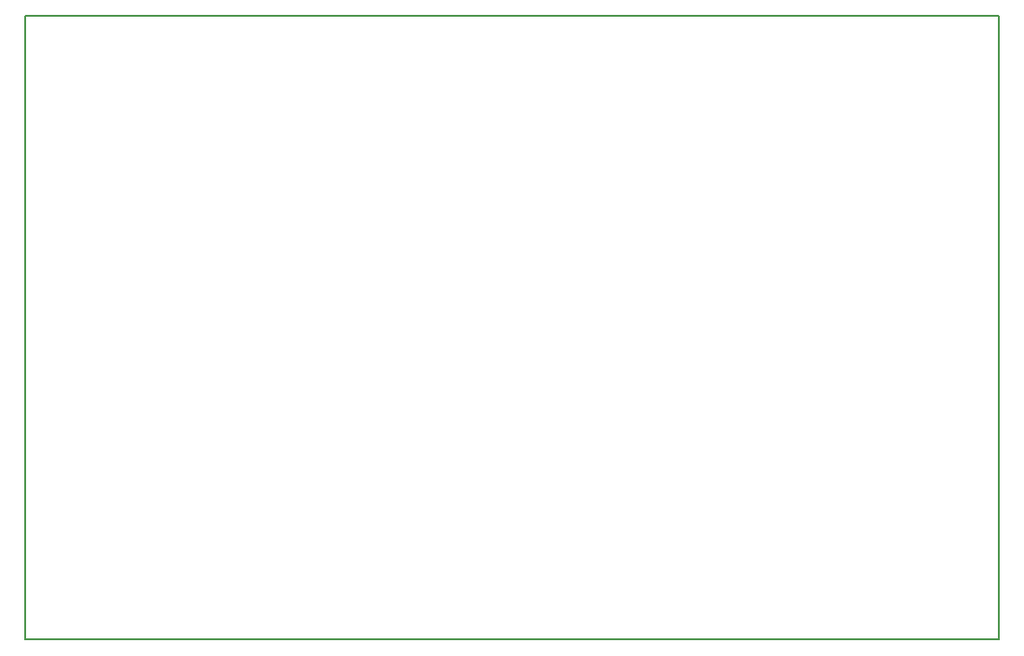
<source format=gm1>
G04 #@! TF.FileFunction,Profile,NP*
%FSLAX46Y46*%
G04 Gerber Fmt 4.6, Leading zero omitted, Abs format (unit mm)*
G04 Created by KiCad (PCBNEW 4.0.1-stable) date Friday, March 04, 2016 'AMt' 01:06:34 AM*
%MOMM*%
G01*
G04 APERTURE LIST*
%ADD10C,0.100000*%
%ADD11C,0.150000*%
G04 APERTURE END LIST*
D10*
D11*
X197500000Y-83500000D02*
X197500000Y-140250000D01*
X109000000Y-83500000D02*
X109000000Y-140250000D01*
X109000000Y-140250000D02*
X197500000Y-140250000D01*
X109000000Y-83500000D02*
X197500000Y-83500000D01*
M02*

</source>
